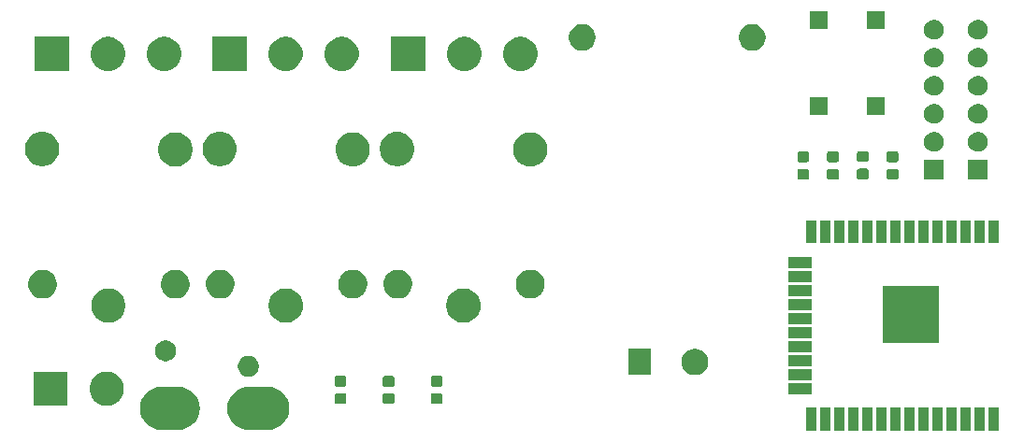
<source format=gbr>
G04 #@! TF.GenerationSoftware,KiCad,Pcbnew,(5.1.5)-3*
G04 #@! TF.CreationDate,2020-10-24T18:19:01+09:00*
G04 #@! TF.ProjectId,wallswitch_schematic_alpha,77616c6c-7377-4697-9463-685f73636865,rev?*
G04 #@! TF.SameCoordinates,Original*
G04 #@! TF.FileFunction,Soldermask,Top*
G04 #@! TF.FilePolarity,Negative*
%FSLAX46Y46*%
G04 Gerber Fmt 4.6, Leading zero omitted, Abs format (unit mm)*
G04 Created by KiCad (PCBNEW (5.1.5)-3) date 2020-10-24 18:19:01*
%MOMM*%
%LPD*%
G04 APERTURE LIST*
%ADD10C,0.100000*%
G04 APERTURE END LIST*
D10*
G36*
X226216000Y-118631000D02*
G01*
X225214000Y-118631000D01*
X225214000Y-116529000D01*
X226216000Y-116529000D01*
X226216000Y-118631000D01*
G37*
G36*
X224946000Y-118631000D02*
G01*
X223944000Y-118631000D01*
X223944000Y-116529000D01*
X224946000Y-116529000D01*
X224946000Y-118631000D01*
G37*
G36*
X223676000Y-118631000D02*
G01*
X222674000Y-118631000D01*
X222674000Y-116529000D01*
X223676000Y-116529000D01*
X223676000Y-118631000D01*
G37*
G36*
X222406000Y-118631000D02*
G01*
X221404000Y-118631000D01*
X221404000Y-116529000D01*
X222406000Y-116529000D01*
X222406000Y-118631000D01*
G37*
G36*
X221136000Y-118631000D02*
G01*
X220134000Y-118631000D01*
X220134000Y-116529000D01*
X221136000Y-116529000D01*
X221136000Y-118631000D01*
G37*
G36*
X219866000Y-118631000D02*
G01*
X218864000Y-118631000D01*
X218864000Y-116529000D01*
X219866000Y-116529000D01*
X219866000Y-118631000D01*
G37*
G36*
X218596000Y-118631000D02*
G01*
X217594000Y-118631000D01*
X217594000Y-116529000D01*
X218596000Y-116529000D01*
X218596000Y-118631000D01*
G37*
G36*
X217326000Y-118631000D02*
G01*
X216324000Y-118631000D01*
X216324000Y-116529000D01*
X217326000Y-116529000D01*
X217326000Y-118631000D01*
G37*
G36*
X214786000Y-118631000D02*
G01*
X213784000Y-118631000D01*
X213784000Y-116529000D01*
X214786000Y-116529000D01*
X214786000Y-118631000D01*
G37*
G36*
X213516000Y-118631000D02*
G01*
X212514000Y-118631000D01*
X212514000Y-116529000D01*
X213516000Y-116529000D01*
X213516000Y-118631000D01*
G37*
G36*
X212246000Y-118631000D02*
G01*
X211244000Y-118631000D01*
X211244000Y-116529000D01*
X212246000Y-116529000D01*
X212246000Y-118631000D01*
G37*
G36*
X210976000Y-118631000D02*
G01*
X209974000Y-118631000D01*
X209974000Y-116529000D01*
X210976000Y-116529000D01*
X210976000Y-118631000D01*
G37*
G36*
X209706000Y-118631000D02*
G01*
X208704000Y-118631000D01*
X208704000Y-116529000D01*
X209706000Y-116529000D01*
X209706000Y-118631000D01*
G37*
G36*
X216056000Y-118631000D02*
G01*
X215054000Y-118631000D01*
X215054000Y-116529000D01*
X216056000Y-116529000D01*
X216056000Y-118631000D01*
G37*
G36*
X152263463Y-114663229D02*
G01*
X152631228Y-114774790D01*
X152970162Y-114955954D01*
X153267240Y-115199760D01*
X153511046Y-115496838D01*
X153692210Y-115835772D01*
X153803771Y-116203537D01*
X153841440Y-116586000D01*
X153803771Y-116968463D01*
X153692210Y-117336228D01*
X153511046Y-117675162D01*
X153267240Y-117972240D01*
X152970162Y-118216046D01*
X152631228Y-118397210D01*
X152263463Y-118508771D01*
X151976847Y-118537000D01*
X150285153Y-118537000D01*
X149998537Y-118508771D01*
X149630772Y-118397210D01*
X149291838Y-118216046D01*
X148994760Y-117972240D01*
X148750954Y-117675162D01*
X148569790Y-117336228D01*
X148458229Y-116968463D01*
X148420560Y-116586000D01*
X148458229Y-116203537D01*
X148569790Y-115835772D01*
X148750954Y-115496838D01*
X148994760Y-115199760D01*
X149291838Y-114955954D01*
X149630772Y-114774790D01*
X149998537Y-114663229D01*
X150285153Y-114635000D01*
X151976847Y-114635000D01*
X152263463Y-114663229D01*
G37*
G36*
X160363463Y-114663229D02*
G01*
X160731228Y-114774790D01*
X161070162Y-114955954D01*
X161367240Y-115199760D01*
X161611046Y-115496838D01*
X161792210Y-115835772D01*
X161903771Y-116203537D01*
X161941440Y-116586000D01*
X161903771Y-116968463D01*
X161792210Y-117336228D01*
X161611046Y-117675162D01*
X161367240Y-117972240D01*
X161070162Y-118216046D01*
X160731228Y-118397210D01*
X160363463Y-118508771D01*
X160076847Y-118537000D01*
X158185153Y-118537000D01*
X157898537Y-118508771D01*
X157530772Y-118397210D01*
X157191838Y-118216046D01*
X156894760Y-117972240D01*
X156650954Y-117675162D01*
X156469790Y-117336228D01*
X156358229Y-116968463D01*
X156320560Y-116586000D01*
X156358229Y-116203537D01*
X156469790Y-115835772D01*
X156650954Y-115496838D01*
X156894760Y-115199760D01*
X157191838Y-114955954D01*
X157530772Y-114774790D01*
X157898537Y-114663229D01*
X158185153Y-114635000D01*
X160076847Y-114635000D01*
X160363463Y-114663229D01*
G37*
G36*
X145717585Y-113286802D02*
G01*
X145867410Y-113316604D01*
X146149674Y-113433521D01*
X146403705Y-113603259D01*
X146619741Y-113819295D01*
X146789479Y-114073326D01*
X146906396Y-114355590D01*
X146927282Y-114460591D01*
X146957958Y-114614807D01*
X146966000Y-114655240D01*
X146966000Y-114960760D01*
X146906396Y-115260410D01*
X146789479Y-115542674D01*
X146619741Y-115796705D01*
X146403705Y-116012741D01*
X146149674Y-116182479D01*
X145867410Y-116299396D01*
X145717585Y-116329198D01*
X145567761Y-116359000D01*
X145262239Y-116359000D01*
X145112415Y-116329198D01*
X144962590Y-116299396D01*
X144680326Y-116182479D01*
X144426295Y-116012741D01*
X144210259Y-115796705D01*
X144040521Y-115542674D01*
X143923604Y-115260410D01*
X143864000Y-114960760D01*
X143864000Y-114655240D01*
X143872043Y-114614807D01*
X143902718Y-114460591D01*
X143923604Y-114355590D01*
X144040521Y-114073326D01*
X144210259Y-113819295D01*
X144426295Y-113603259D01*
X144680326Y-113433521D01*
X144962590Y-113316604D01*
X145112415Y-113286802D01*
X145262239Y-113257000D01*
X145567761Y-113257000D01*
X145717585Y-113286802D01*
G37*
G36*
X141886000Y-116359000D02*
G01*
X138784000Y-116359000D01*
X138784000Y-113257000D01*
X141886000Y-113257000D01*
X141886000Y-116359000D01*
G37*
G36*
X171309091Y-115221585D02*
G01*
X171343069Y-115231893D01*
X171374390Y-115248634D01*
X171401839Y-115271161D01*
X171424366Y-115298610D01*
X171441107Y-115329931D01*
X171451415Y-115363909D01*
X171455500Y-115405390D01*
X171455500Y-116006610D01*
X171451415Y-116048091D01*
X171441107Y-116082069D01*
X171424366Y-116113390D01*
X171401839Y-116140839D01*
X171374390Y-116163366D01*
X171343069Y-116180107D01*
X171309091Y-116190415D01*
X171267610Y-116194500D01*
X170591390Y-116194500D01*
X170549909Y-116190415D01*
X170515931Y-116180107D01*
X170484610Y-116163366D01*
X170457161Y-116140839D01*
X170434634Y-116113390D01*
X170417893Y-116082069D01*
X170407585Y-116048091D01*
X170403500Y-116006610D01*
X170403500Y-115405390D01*
X170407585Y-115363909D01*
X170417893Y-115329931D01*
X170434634Y-115298610D01*
X170457161Y-115271161D01*
X170484610Y-115248634D01*
X170515931Y-115231893D01*
X170549909Y-115221585D01*
X170591390Y-115217500D01*
X171267610Y-115217500D01*
X171309091Y-115221585D01*
G37*
G36*
X166959091Y-115221585D02*
G01*
X166993069Y-115231893D01*
X167024390Y-115248634D01*
X167051839Y-115271161D01*
X167074366Y-115298610D01*
X167091107Y-115329931D01*
X167101415Y-115363909D01*
X167105500Y-115405390D01*
X167105500Y-116006610D01*
X167101415Y-116048091D01*
X167091107Y-116082069D01*
X167074366Y-116113390D01*
X167051839Y-116140839D01*
X167024390Y-116163366D01*
X166993069Y-116180107D01*
X166959091Y-116190415D01*
X166917610Y-116194500D01*
X166241390Y-116194500D01*
X166199909Y-116190415D01*
X166165931Y-116180107D01*
X166134610Y-116163366D01*
X166107161Y-116140839D01*
X166084634Y-116113390D01*
X166067893Y-116082069D01*
X166057585Y-116048091D01*
X166053500Y-116006610D01*
X166053500Y-115405390D01*
X166057585Y-115363909D01*
X166067893Y-115329931D01*
X166084634Y-115298610D01*
X166107161Y-115271161D01*
X166134610Y-115248634D01*
X166165931Y-115231893D01*
X166199909Y-115221585D01*
X166241390Y-115217500D01*
X166917610Y-115217500D01*
X166959091Y-115221585D01*
G37*
G36*
X175659091Y-115209085D02*
G01*
X175693069Y-115219393D01*
X175724390Y-115236134D01*
X175751839Y-115258661D01*
X175774366Y-115286110D01*
X175791107Y-115317431D01*
X175801415Y-115351409D01*
X175805500Y-115392890D01*
X175805500Y-115994110D01*
X175801415Y-116035591D01*
X175791107Y-116069569D01*
X175774366Y-116100890D01*
X175751839Y-116128339D01*
X175724390Y-116150866D01*
X175693069Y-116167607D01*
X175659091Y-116177915D01*
X175617610Y-116182000D01*
X174941390Y-116182000D01*
X174899909Y-116177915D01*
X174865931Y-116167607D01*
X174834610Y-116150866D01*
X174807161Y-116128339D01*
X174784634Y-116100890D01*
X174767893Y-116069569D01*
X174757585Y-116035591D01*
X174753500Y-115994110D01*
X174753500Y-115392890D01*
X174757585Y-115351409D01*
X174767893Y-115317431D01*
X174784634Y-115286110D01*
X174807161Y-115258661D01*
X174834610Y-115236134D01*
X174865931Y-115219393D01*
X174899909Y-115209085D01*
X174941390Y-115205000D01*
X175617610Y-115205000D01*
X175659091Y-115209085D01*
G37*
G36*
X209256000Y-115296000D02*
G01*
X207154000Y-115296000D01*
X207154000Y-114294000D01*
X209256000Y-114294000D01*
X209256000Y-115296000D01*
G37*
G36*
X166959091Y-113646585D02*
G01*
X166993069Y-113656893D01*
X167024390Y-113673634D01*
X167051839Y-113696161D01*
X167074366Y-113723610D01*
X167091107Y-113754931D01*
X167101415Y-113788909D01*
X167105500Y-113830390D01*
X167105500Y-114431610D01*
X167101415Y-114473091D01*
X167091107Y-114507069D01*
X167074366Y-114538390D01*
X167051839Y-114565839D01*
X167024390Y-114588366D01*
X166993069Y-114605107D01*
X166959091Y-114615415D01*
X166917610Y-114619500D01*
X166241390Y-114619500D01*
X166199909Y-114615415D01*
X166165931Y-114605107D01*
X166134610Y-114588366D01*
X166107161Y-114565839D01*
X166084634Y-114538390D01*
X166067893Y-114507069D01*
X166057585Y-114473091D01*
X166053500Y-114431610D01*
X166053500Y-113830390D01*
X166057585Y-113788909D01*
X166067893Y-113754931D01*
X166084634Y-113723610D01*
X166107161Y-113696161D01*
X166134610Y-113673634D01*
X166165931Y-113656893D01*
X166199909Y-113646585D01*
X166241390Y-113642500D01*
X166917610Y-113642500D01*
X166959091Y-113646585D01*
G37*
G36*
X171309091Y-113646585D02*
G01*
X171343069Y-113656893D01*
X171374390Y-113673634D01*
X171401839Y-113696161D01*
X171424366Y-113723610D01*
X171441107Y-113754931D01*
X171451415Y-113788909D01*
X171455500Y-113830390D01*
X171455500Y-114431610D01*
X171451415Y-114473091D01*
X171441107Y-114507069D01*
X171424366Y-114538390D01*
X171401839Y-114565839D01*
X171374390Y-114588366D01*
X171343069Y-114605107D01*
X171309091Y-114615415D01*
X171267610Y-114619500D01*
X170591390Y-114619500D01*
X170549909Y-114615415D01*
X170515931Y-114605107D01*
X170484610Y-114588366D01*
X170457161Y-114565839D01*
X170434634Y-114538390D01*
X170417893Y-114507069D01*
X170407585Y-114473091D01*
X170403500Y-114431610D01*
X170403500Y-113830390D01*
X170407585Y-113788909D01*
X170417893Y-113754931D01*
X170434634Y-113723610D01*
X170457161Y-113696161D01*
X170484610Y-113673634D01*
X170515931Y-113656893D01*
X170549909Y-113646585D01*
X170591390Y-113642500D01*
X171267610Y-113642500D01*
X171309091Y-113646585D01*
G37*
G36*
X175659091Y-113634085D02*
G01*
X175693069Y-113644393D01*
X175724390Y-113661134D01*
X175751839Y-113683661D01*
X175774366Y-113711110D01*
X175791107Y-113742431D01*
X175801415Y-113776409D01*
X175805500Y-113817890D01*
X175805500Y-114419110D01*
X175801415Y-114460591D01*
X175791107Y-114494569D01*
X175774366Y-114525890D01*
X175751839Y-114553339D01*
X175724390Y-114575866D01*
X175693069Y-114592607D01*
X175659091Y-114602915D01*
X175617610Y-114607000D01*
X174941390Y-114607000D01*
X174899909Y-114602915D01*
X174865931Y-114592607D01*
X174834610Y-114575866D01*
X174807161Y-114553339D01*
X174784634Y-114525890D01*
X174767893Y-114494569D01*
X174757585Y-114460591D01*
X174753500Y-114419110D01*
X174753500Y-113817890D01*
X174757585Y-113776409D01*
X174767893Y-113742431D01*
X174784634Y-113711110D01*
X174807161Y-113683661D01*
X174834610Y-113661134D01*
X174865931Y-113644393D01*
X174899909Y-113634085D01*
X174941390Y-113630000D01*
X175617610Y-113630000D01*
X175659091Y-113634085D01*
G37*
G36*
X209256000Y-114026000D02*
G01*
X207154000Y-114026000D01*
X207154000Y-113024000D01*
X209256000Y-113024000D01*
X209256000Y-114026000D01*
G37*
G36*
X158519395Y-111861546D02*
G01*
X158692466Y-111933234D01*
X158692467Y-111933235D01*
X158848227Y-112037310D01*
X158980690Y-112169773D01*
X158980691Y-112169775D01*
X159084766Y-112325534D01*
X159156454Y-112498605D01*
X159193000Y-112682333D01*
X159193000Y-112869667D01*
X159156454Y-113053395D01*
X159084766Y-113226466D01*
X159084765Y-113226467D01*
X158980690Y-113382227D01*
X158848227Y-113514690D01*
X158769818Y-113567081D01*
X158692466Y-113618766D01*
X158519395Y-113690454D01*
X158335667Y-113727000D01*
X158148333Y-113727000D01*
X157964605Y-113690454D01*
X157791534Y-113618766D01*
X157714182Y-113567081D01*
X157635773Y-113514690D01*
X157503310Y-113382227D01*
X157399235Y-113226467D01*
X157399234Y-113226466D01*
X157327546Y-113053395D01*
X157291000Y-112869667D01*
X157291000Y-112682333D01*
X157327546Y-112498605D01*
X157399234Y-112325534D01*
X157503309Y-112169775D01*
X157503310Y-112169773D01*
X157635773Y-112037310D01*
X157791533Y-111933235D01*
X157791534Y-111933234D01*
X157964605Y-111861546D01*
X158148333Y-111825000D01*
X158335667Y-111825000D01*
X158519395Y-111861546D01*
G37*
G36*
X194711000Y-113581000D02*
G01*
X192609000Y-113581000D01*
X192609000Y-111179000D01*
X194711000Y-111179000D01*
X194711000Y-113581000D01*
G37*
G36*
X199010318Y-111225153D02*
G01*
X199228885Y-111315687D01*
X199228887Y-111315688D01*
X199425593Y-111447122D01*
X199592878Y-111614407D01*
X199724312Y-111811113D01*
X199724313Y-111811115D01*
X199814847Y-112029682D01*
X199861000Y-112261710D01*
X199861000Y-112498290D01*
X199814847Y-112730318D01*
X199804209Y-112756000D01*
X199724312Y-112948887D01*
X199592878Y-113145593D01*
X199425593Y-113312878D01*
X199228887Y-113444312D01*
X199228886Y-113444313D01*
X199228885Y-113444313D01*
X199010318Y-113534847D01*
X198778290Y-113581000D01*
X198541710Y-113581000D01*
X198309682Y-113534847D01*
X198091115Y-113444313D01*
X198091114Y-113444313D01*
X198091113Y-113444312D01*
X197894407Y-113312878D01*
X197727122Y-113145593D01*
X197595688Y-112948887D01*
X197515791Y-112756000D01*
X197505153Y-112730318D01*
X197459000Y-112498290D01*
X197459000Y-112261710D01*
X197505153Y-112029682D01*
X197595687Y-111811115D01*
X197595688Y-111811113D01*
X197727122Y-111614407D01*
X197894407Y-111447122D01*
X198091113Y-111315688D01*
X198091115Y-111315687D01*
X198309682Y-111225153D01*
X198541710Y-111179000D01*
X198778290Y-111179000D01*
X199010318Y-111225153D01*
G37*
G36*
X209256000Y-112756000D02*
G01*
X207154000Y-112756000D01*
X207154000Y-111754000D01*
X209256000Y-111754000D01*
X209256000Y-112756000D01*
G37*
G36*
X151019395Y-110461546D02*
G01*
X151192466Y-110533234D01*
X151192467Y-110533235D01*
X151348227Y-110637310D01*
X151480690Y-110769773D01*
X151480691Y-110769775D01*
X151584766Y-110925534D01*
X151656454Y-111098605D01*
X151693000Y-111282333D01*
X151693000Y-111469667D01*
X151656454Y-111653395D01*
X151584766Y-111826466D01*
X151533081Y-111903818D01*
X151480690Y-111982227D01*
X151348227Y-112114690D01*
X151269818Y-112167081D01*
X151192466Y-112218766D01*
X151019395Y-112290454D01*
X150835667Y-112327000D01*
X150648333Y-112327000D01*
X150464605Y-112290454D01*
X150291534Y-112218766D01*
X150214182Y-112167081D01*
X150135773Y-112114690D01*
X150003310Y-111982227D01*
X149950919Y-111903818D01*
X149899234Y-111826466D01*
X149827546Y-111653395D01*
X149791000Y-111469667D01*
X149791000Y-111282333D01*
X149827546Y-111098605D01*
X149899234Y-110925534D01*
X150003309Y-110769775D01*
X150003310Y-110769773D01*
X150135773Y-110637310D01*
X150291533Y-110533235D01*
X150291534Y-110533234D01*
X150464605Y-110461546D01*
X150648333Y-110425000D01*
X150835667Y-110425000D01*
X151019395Y-110461546D01*
G37*
G36*
X209256000Y-111486000D02*
G01*
X207154000Y-111486000D01*
X207154000Y-110484000D01*
X209256000Y-110484000D01*
X209256000Y-111486000D01*
G37*
G36*
X220766000Y-110631000D02*
G01*
X215664000Y-110631000D01*
X215664000Y-105529000D01*
X220766000Y-105529000D01*
X220766000Y-110631000D01*
G37*
G36*
X209256000Y-110216000D02*
G01*
X207154000Y-110216000D01*
X207154000Y-109214000D01*
X209256000Y-109214000D01*
X209256000Y-110216000D01*
G37*
G36*
X209256000Y-108946000D02*
G01*
X207154000Y-108946000D01*
X207154000Y-107944000D01*
X209256000Y-107944000D01*
X209256000Y-108946000D01*
G37*
G36*
X145862585Y-105758802D02*
G01*
X146012410Y-105788604D01*
X146294674Y-105905521D01*
X146548705Y-106075259D01*
X146764741Y-106291295D01*
X146934479Y-106545326D01*
X147051396Y-106827590D01*
X147051396Y-106827591D01*
X147110006Y-107122240D01*
X147111000Y-107127240D01*
X147111000Y-107432760D01*
X147051396Y-107732410D01*
X146934479Y-108014674D01*
X146764741Y-108268705D01*
X146548705Y-108484741D01*
X146294674Y-108654479D01*
X146012410Y-108771396D01*
X145862585Y-108801198D01*
X145712761Y-108831000D01*
X145407239Y-108831000D01*
X145257415Y-108801198D01*
X145107590Y-108771396D01*
X144825326Y-108654479D01*
X144571295Y-108484741D01*
X144355259Y-108268705D01*
X144185521Y-108014674D01*
X144068604Y-107732410D01*
X144009000Y-107432760D01*
X144009000Y-107127240D01*
X144009995Y-107122240D01*
X144068604Y-106827591D01*
X144068604Y-106827590D01*
X144185521Y-106545326D01*
X144355259Y-106291295D01*
X144571295Y-106075259D01*
X144825326Y-105905521D01*
X145107590Y-105788604D01*
X145257415Y-105758802D01*
X145407239Y-105729000D01*
X145712761Y-105729000D01*
X145862585Y-105758802D01*
G37*
G36*
X178012585Y-105753803D02*
G01*
X178162410Y-105783605D01*
X178444674Y-105900522D01*
X178698705Y-106070260D01*
X178914741Y-106286296D01*
X179084479Y-106540327D01*
X179201396Y-106822591D01*
X179231198Y-106972416D01*
X179261000Y-107122240D01*
X179261000Y-107427762D01*
X179231198Y-107577586D01*
X179201396Y-107727411D01*
X179084479Y-108009675D01*
X178914741Y-108263706D01*
X178698705Y-108479742D01*
X178444674Y-108649480D01*
X178162410Y-108766397D01*
X178012585Y-108796199D01*
X177862761Y-108826001D01*
X177557239Y-108826001D01*
X177407415Y-108796199D01*
X177257590Y-108766397D01*
X176975326Y-108649480D01*
X176721295Y-108479742D01*
X176505259Y-108263706D01*
X176335521Y-108009675D01*
X176218604Y-107727411D01*
X176188802Y-107577586D01*
X176159000Y-107427762D01*
X176159000Y-107122240D01*
X176188802Y-106972416D01*
X176218604Y-106822591D01*
X176335521Y-106540327D01*
X176505259Y-106286296D01*
X176721295Y-106070260D01*
X176975326Y-105900522D01*
X177257590Y-105783605D01*
X177407415Y-105753803D01*
X177557239Y-105724001D01*
X177862761Y-105724001D01*
X178012585Y-105753803D01*
G37*
G36*
X161937584Y-105753803D02*
G01*
X162087409Y-105783605D01*
X162369673Y-105900522D01*
X162623704Y-106070260D01*
X162839740Y-106286296D01*
X163009478Y-106540327D01*
X163126395Y-106822591D01*
X163156197Y-106972416D01*
X163185999Y-107122240D01*
X163185999Y-107427762D01*
X163156197Y-107577586D01*
X163126395Y-107727411D01*
X163009478Y-108009675D01*
X162839740Y-108263706D01*
X162623704Y-108479742D01*
X162369673Y-108649480D01*
X162087409Y-108766397D01*
X161937584Y-108796199D01*
X161787760Y-108826001D01*
X161482238Y-108826001D01*
X161332414Y-108796199D01*
X161182589Y-108766397D01*
X160900325Y-108649480D01*
X160646294Y-108479742D01*
X160430258Y-108263706D01*
X160260520Y-108009675D01*
X160143603Y-107727411D01*
X160113801Y-107577586D01*
X160083999Y-107427762D01*
X160083999Y-107122240D01*
X160113801Y-106972416D01*
X160143603Y-106822591D01*
X160260520Y-106540327D01*
X160430258Y-106286296D01*
X160646294Y-106070260D01*
X160900325Y-105900522D01*
X161182589Y-105783605D01*
X161332414Y-105753803D01*
X161482238Y-105724001D01*
X161787760Y-105724001D01*
X161937584Y-105753803D01*
G37*
G36*
X209256000Y-107676000D02*
G01*
X207154000Y-107676000D01*
X207154000Y-106674000D01*
X209256000Y-106674000D01*
X209256000Y-107676000D01*
G37*
G36*
X151989487Y-104078996D02*
G01*
X152226253Y-104177068D01*
X152226255Y-104177069D01*
X152439339Y-104319447D01*
X152620553Y-104500661D01*
X152759591Y-104708746D01*
X152762932Y-104713747D01*
X152861004Y-104950513D01*
X152911000Y-105201861D01*
X152911000Y-105458139D01*
X152861004Y-105709487D01*
X152765002Y-105941256D01*
X152762931Y-105946255D01*
X152620553Y-106159339D01*
X152439339Y-106340553D01*
X152226255Y-106482931D01*
X152226254Y-106482932D01*
X152226253Y-106482932D01*
X151989487Y-106581004D01*
X151738139Y-106631000D01*
X151481861Y-106631000D01*
X151230513Y-106581004D01*
X150993747Y-106482932D01*
X150993746Y-106482932D01*
X150993745Y-106482931D01*
X150780661Y-106340553D01*
X150599447Y-106159339D01*
X150457069Y-105946255D01*
X150454998Y-105941256D01*
X150358996Y-105709487D01*
X150309000Y-105458139D01*
X150309000Y-105201861D01*
X150358996Y-104950513D01*
X150457068Y-104713747D01*
X150460410Y-104708746D01*
X150599447Y-104500661D01*
X150780661Y-104319447D01*
X150993745Y-104177069D01*
X150993747Y-104177068D01*
X151230513Y-104078996D01*
X151481861Y-104029000D01*
X151738139Y-104029000D01*
X151989487Y-104078996D01*
G37*
G36*
X139989487Y-104078996D02*
G01*
X140226253Y-104177068D01*
X140226255Y-104177069D01*
X140439339Y-104319447D01*
X140620553Y-104500661D01*
X140759591Y-104708746D01*
X140762932Y-104713747D01*
X140861004Y-104950513D01*
X140911000Y-105201861D01*
X140911000Y-105458139D01*
X140861004Y-105709487D01*
X140765002Y-105941256D01*
X140762931Y-105946255D01*
X140620553Y-106159339D01*
X140439339Y-106340553D01*
X140226255Y-106482931D01*
X140226254Y-106482932D01*
X140226253Y-106482932D01*
X139989487Y-106581004D01*
X139738139Y-106631000D01*
X139481861Y-106631000D01*
X139230513Y-106581004D01*
X138993747Y-106482932D01*
X138993746Y-106482932D01*
X138993745Y-106482931D01*
X138780661Y-106340553D01*
X138599447Y-106159339D01*
X138457069Y-105946255D01*
X138454998Y-105941256D01*
X138358996Y-105709487D01*
X138309000Y-105458139D01*
X138309000Y-105201861D01*
X138358996Y-104950513D01*
X138457068Y-104713747D01*
X138460410Y-104708746D01*
X138599447Y-104500661D01*
X138780661Y-104319447D01*
X138993745Y-104177069D01*
X138993747Y-104177068D01*
X139230513Y-104078996D01*
X139481861Y-104029000D01*
X139738139Y-104029000D01*
X139989487Y-104078996D01*
G37*
G36*
X156064486Y-104073997D02*
G01*
X156301252Y-104172069D01*
X156301254Y-104172070D01*
X156514338Y-104314448D01*
X156695552Y-104495662D01*
X156837931Y-104708748D01*
X156936003Y-104945514D01*
X156985999Y-105196862D01*
X156985999Y-105453140D01*
X156936003Y-105704488D01*
X156854803Y-105900522D01*
X156837930Y-105941256D01*
X156695552Y-106154340D01*
X156514338Y-106335554D01*
X156301254Y-106477932D01*
X156301253Y-106477933D01*
X156301252Y-106477933D01*
X156064486Y-106576005D01*
X155813138Y-106626001D01*
X155556860Y-106626001D01*
X155305512Y-106576005D01*
X155068746Y-106477933D01*
X155068745Y-106477933D01*
X155068744Y-106477932D01*
X154855660Y-106335554D01*
X154674446Y-106154340D01*
X154532068Y-105941256D01*
X154515195Y-105900522D01*
X154433995Y-105704488D01*
X154383999Y-105453140D01*
X154383999Y-105196862D01*
X154433995Y-104945514D01*
X154532067Y-104708748D01*
X154674446Y-104495662D01*
X154855660Y-104314448D01*
X155068744Y-104172070D01*
X155068746Y-104172069D01*
X155305512Y-104073997D01*
X155556860Y-104024001D01*
X155813138Y-104024001D01*
X156064486Y-104073997D01*
G37*
G36*
X184139487Y-104073997D02*
G01*
X184376253Y-104172069D01*
X184376255Y-104172070D01*
X184589339Y-104314448D01*
X184770553Y-104495662D01*
X184912932Y-104708748D01*
X185011004Y-104945514D01*
X185061000Y-105196862D01*
X185061000Y-105453140D01*
X185011004Y-105704488D01*
X184929804Y-105900522D01*
X184912931Y-105941256D01*
X184770553Y-106154340D01*
X184589339Y-106335554D01*
X184376255Y-106477932D01*
X184376254Y-106477933D01*
X184376253Y-106477933D01*
X184139487Y-106576005D01*
X183888139Y-106626001D01*
X183631861Y-106626001D01*
X183380513Y-106576005D01*
X183143747Y-106477933D01*
X183143746Y-106477933D01*
X183143745Y-106477932D01*
X182930661Y-106335554D01*
X182749447Y-106154340D01*
X182607069Y-105941256D01*
X182590196Y-105900522D01*
X182508996Y-105704488D01*
X182459000Y-105453140D01*
X182459000Y-105196862D01*
X182508996Y-104945514D01*
X182607068Y-104708748D01*
X182749447Y-104495662D01*
X182930661Y-104314448D01*
X183143745Y-104172070D01*
X183143747Y-104172069D01*
X183380513Y-104073997D01*
X183631861Y-104024001D01*
X183888139Y-104024001D01*
X184139487Y-104073997D01*
G37*
G36*
X168064486Y-104073997D02*
G01*
X168301252Y-104172069D01*
X168301254Y-104172070D01*
X168514338Y-104314448D01*
X168695552Y-104495662D01*
X168837931Y-104708748D01*
X168936003Y-104945514D01*
X168985999Y-105196862D01*
X168985999Y-105453140D01*
X168936003Y-105704488D01*
X168854803Y-105900522D01*
X168837930Y-105941256D01*
X168695552Y-106154340D01*
X168514338Y-106335554D01*
X168301254Y-106477932D01*
X168301253Y-106477933D01*
X168301252Y-106477933D01*
X168064486Y-106576005D01*
X167813138Y-106626001D01*
X167556860Y-106626001D01*
X167305512Y-106576005D01*
X167068746Y-106477933D01*
X167068745Y-106477933D01*
X167068744Y-106477932D01*
X166855660Y-106335554D01*
X166674446Y-106154340D01*
X166532068Y-105941256D01*
X166515195Y-105900522D01*
X166433995Y-105704488D01*
X166383999Y-105453140D01*
X166383999Y-105196862D01*
X166433995Y-104945514D01*
X166532067Y-104708748D01*
X166674446Y-104495662D01*
X166855660Y-104314448D01*
X167068744Y-104172070D01*
X167068746Y-104172069D01*
X167305512Y-104073997D01*
X167556860Y-104024001D01*
X167813138Y-104024001D01*
X168064486Y-104073997D01*
G37*
G36*
X172139487Y-104073997D02*
G01*
X172376253Y-104172069D01*
X172376255Y-104172070D01*
X172589339Y-104314448D01*
X172770553Y-104495662D01*
X172912932Y-104708748D01*
X173011004Y-104945514D01*
X173061000Y-105196862D01*
X173061000Y-105453140D01*
X173011004Y-105704488D01*
X172929804Y-105900522D01*
X172912931Y-105941256D01*
X172770553Y-106154340D01*
X172589339Y-106335554D01*
X172376255Y-106477932D01*
X172376254Y-106477933D01*
X172376253Y-106477933D01*
X172139487Y-106576005D01*
X171888139Y-106626001D01*
X171631861Y-106626001D01*
X171380513Y-106576005D01*
X171143747Y-106477933D01*
X171143746Y-106477933D01*
X171143745Y-106477932D01*
X170930661Y-106335554D01*
X170749447Y-106154340D01*
X170607069Y-105941256D01*
X170590196Y-105900522D01*
X170508996Y-105704488D01*
X170459000Y-105453140D01*
X170459000Y-105196862D01*
X170508996Y-104945514D01*
X170607068Y-104708748D01*
X170749447Y-104495662D01*
X170930661Y-104314448D01*
X171143745Y-104172070D01*
X171143747Y-104172069D01*
X171380513Y-104073997D01*
X171631861Y-104024001D01*
X171888139Y-104024001D01*
X172139487Y-104073997D01*
G37*
G36*
X209256000Y-106406000D02*
G01*
X207154000Y-106406000D01*
X207154000Y-105404000D01*
X209256000Y-105404000D01*
X209256000Y-106406000D01*
G37*
G36*
X209256000Y-105136000D02*
G01*
X207154000Y-105136000D01*
X207154000Y-104134000D01*
X209256000Y-104134000D01*
X209256000Y-105136000D01*
G37*
G36*
X209256000Y-103866000D02*
G01*
X207154000Y-103866000D01*
X207154000Y-102864000D01*
X209256000Y-102864000D01*
X209256000Y-103866000D01*
G37*
G36*
X219866000Y-101631000D02*
G01*
X218864000Y-101631000D01*
X218864000Y-99529000D01*
X219866000Y-99529000D01*
X219866000Y-101631000D01*
G37*
G36*
X218596000Y-101631000D02*
G01*
X217594000Y-101631000D01*
X217594000Y-99529000D01*
X218596000Y-99529000D01*
X218596000Y-101631000D01*
G37*
G36*
X217326000Y-101631000D02*
G01*
X216324000Y-101631000D01*
X216324000Y-99529000D01*
X217326000Y-99529000D01*
X217326000Y-101631000D01*
G37*
G36*
X210976000Y-101631000D02*
G01*
X209974000Y-101631000D01*
X209974000Y-99529000D01*
X210976000Y-99529000D01*
X210976000Y-101631000D01*
G37*
G36*
X216056000Y-101631000D02*
G01*
X215054000Y-101631000D01*
X215054000Y-99529000D01*
X216056000Y-99529000D01*
X216056000Y-101631000D01*
G37*
G36*
X214786000Y-101631000D02*
G01*
X213784000Y-101631000D01*
X213784000Y-99529000D01*
X214786000Y-99529000D01*
X214786000Y-101631000D01*
G37*
G36*
X222406000Y-101631000D02*
G01*
X221404000Y-101631000D01*
X221404000Y-99529000D01*
X222406000Y-99529000D01*
X222406000Y-101631000D01*
G37*
G36*
X226216000Y-101631000D02*
G01*
X225214000Y-101631000D01*
X225214000Y-99529000D01*
X226216000Y-99529000D01*
X226216000Y-101631000D01*
G37*
G36*
X224946000Y-101631000D02*
G01*
X223944000Y-101631000D01*
X223944000Y-99529000D01*
X224946000Y-99529000D01*
X224946000Y-101631000D01*
G37*
G36*
X223676000Y-101631000D02*
G01*
X222674000Y-101631000D01*
X222674000Y-99529000D01*
X223676000Y-99529000D01*
X223676000Y-101631000D01*
G37*
G36*
X213516000Y-101631000D02*
G01*
X212514000Y-101631000D01*
X212514000Y-99529000D01*
X213516000Y-99529000D01*
X213516000Y-101631000D01*
G37*
G36*
X209706000Y-101631000D02*
G01*
X208704000Y-101631000D01*
X208704000Y-99529000D01*
X209706000Y-99529000D01*
X209706000Y-101631000D01*
G37*
G36*
X221136000Y-101631000D02*
G01*
X220134000Y-101631000D01*
X220134000Y-99529000D01*
X221136000Y-99529000D01*
X221136000Y-101631000D01*
G37*
G36*
X212246000Y-101631000D02*
G01*
X211244000Y-101631000D01*
X211244000Y-99529000D01*
X212246000Y-99529000D01*
X212246000Y-101631000D01*
G37*
G36*
X221207000Y-95881000D02*
G01*
X219405000Y-95881000D01*
X219405000Y-94079000D01*
X221207000Y-94079000D01*
X221207000Y-95881000D01*
G37*
G36*
X225183000Y-95881000D02*
G01*
X223381000Y-95881000D01*
X223381000Y-94079000D01*
X225183000Y-94079000D01*
X225183000Y-95881000D01*
G37*
G36*
X208839591Y-94883085D02*
G01*
X208873569Y-94893393D01*
X208904890Y-94910134D01*
X208932339Y-94932661D01*
X208954866Y-94960110D01*
X208971607Y-94991431D01*
X208981915Y-95025409D01*
X208986000Y-95066890D01*
X208986000Y-95668110D01*
X208981915Y-95709591D01*
X208971607Y-95743569D01*
X208954866Y-95774890D01*
X208932339Y-95802339D01*
X208904890Y-95824866D01*
X208873569Y-95841607D01*
X208839591Y-95851915D01*
X208798110Y-95856000D01*
X208121890Y-95856000D01*
X208080409Y-95851915D01*
X208046431Y-95841607D01*
X208015110Y-95824866D01*
X207987661Y-95802339D01*
X207965134Y-95774890D01*
X207948393Y-95743569D01*
X207938085Y-95709591D01*
X207934000Y-95668110D01*
X207934000Y-95066890D01*
X207938085Y-95025409D01*
X207948393Y-94991431D01*
X207965134Y-94960110D01*
X207987661Y-94932661D01*
X208015110Y-94910134D01*
X208046431Y-94893393D01*
X208080409Y-94883085D01*
X208121890Y-94879000D01*
X208798110Y-94879000D01*
X208839591Y-94883085D01*
G37*
G36*
X216939591Y-94883085D02*
G01*
X216973569Y-94893393D01*
X217004890Y-94910134D01*
X217032339Y-94932661D01*
X217054866Y-94960110D01*
X217071607Y-94991431D01*
X217081915Y-95025409D01*
X217086000Y-95066890D01*
X217086000Y-95668110D01*
X217081915Y-95709591D01*
X217071607Y-95743569D01*
X217054866Y-95774890D01*
X217032339Y-95802339D01*
X217004890Y-95824866D01*
X216973569Y-95841607D01*
X216939591Y-95851915D01*
X216898110Y-95856000D01*
X216221890Y-95856000D01*
X216180409Y-95851915D01*
X216146431Y-95841607D01*
X216115110Y-95824866D01*
X216087661Y-95802339D01*
X216065134Y-95774890D01*
X216048393Y-95743569D01*
X216038085Y-95709591D01*
X216034000Y-95668110D01*
X216034000Y-95066890D01*
X216038085Y-95025409D01*
X216048393Y-94991431D01*
X216065134Y-94960110D01*
X216087661Y-94932661D01*
X216115110Y-94910134D01*
X216146431Y-94893393D01*
X216180409Y-94883085D01*
X216221890Y-94879000D01*
X216898110Y-94879000D01*
X216939591Y-94883085D01*
G37*
G36*
X211539591Y-94883085D02*
G01*
X211573569Y-94893393D01*
X211604890Y-94910134D01*
X211632339Y-94932661D01*
X211654866Y-94960110D01*
X211671607Y-94991431D01*
X211681915Y-95025409D01*
X211686000Y-95066890D01*
X211686000Y-95668110D01*
X211681915Y-95709591D01*
X211671607Y-95743569D01*
X211654866Y-95774890D01*
X211632339Y-95802339D01*
X211604890Y-95824866D01*
X211573569Y-95841607D01*
X211539591Y-95851915D01*
X211498110Y-95856000D01*
X210821890Y-95856000D01*
X210780409Y-95851915D01*
X210746431Y-95841607D01*
X210715110Y-95824866D01*
X210687661Y-95802339D01*
X210665134Y-95774890D01*
X210648393Y-95743569D01*
X210638085Y-95709591D01*
X210634000Y-95668110D01*
X210634000Y-95066890D01*
X210638085Y-95025409D01*
X210648393Y-94991431D01*
X210665134Y-94960110D01*
X210687661Y-94932661D01*
X210715110Y-94910134D01*
X210746431Y-94893393D01*
X210780409Y-94883085D01*
X210821890Y-94879000D01*
X211498110Y-94879000D01*
X211539591Y-94883085D01*
G37*
G36*
X214239591Y-94870585D02*
G01*
X214273569Y-94880893D01*
X214304890Y-94897634D01*
X214332339Y-94920161D01*
X214354866Y-94947610D01*
X214371607Y-94978931D01*
X214381915Y-95012909D01*
X214386000Y-95054390D01*
X214386000Y-95655610D01*
X214381915Y-95697091D01*
X214371607Y-95731069D01*
X214354866Y-95762390D01*
X214332339Y-95789839D01*
X214304890Y-95812366D01*
X214273569Y-95829107D01*
X214239591Y-95839415D01*
X214198110Y-95843500D01*
X213521890Y-95843500D01*
X213480409Y-95839415D01*
X213446431Y-95829107D01*
X213415110Y-95812366D01*
X213387661Y-95789839D01*
X213365134Y-95762390D01*
X213348393Y-95731069D01*
X213338085Y-95697091D01*
X213334000Y-95655610D01*
X213334000Y-95054390D01*
X213338085Y-95012909D01*
X213348393Y-94978931D01*
X213365134Y-94947610D01*
X213387661Y-94920161D01*
X213415110Y-94897634D01*
X213446431Y-94880893D01*
X213480409Y-94870585D01*
X213521890Y-94866500D01*
X214198110Y-94866500D01*
X214239591Y-94870585D01*
G37*
G36*
X151811043Y-91588604D02*
G01*
X152062410Y-91638604D01*
X152344674Y-91755521D01*
X152598705Y-91925259D01*
X152814741Y-92141295D01*
X152984479Y-92395326D01*
X153101396Y-92677590D01*
X153101396Y-92677591D01*
X153161000Y-92977239D01*
X153161000Y-93282761D01*
X153150582Y-93335134D01*
X153101396Y-93582410D01*
X152984479Y-93864674D01*
X152814741Y-94118705D01*
X152598705Y-94334741D01*
X152344674Y-94504479D01*
X152062410Y-94621396D01*
X152014127Y-94631000D01*
X151762761Y-94681000D01*
X151457239Y-94681000D01*
X151205873Y-94631000D01*
X151157590Y-94621396D01*
X150875326Y-94504479D01*
X150621295Y-94334741D01*
X150405259Y-94118705D01*
X150235521Y-93864674D01*
X150118604Y-93582410D01*
X150069418Y-93335134D01*
X150059000Y-93282761D01*
X150059000Y-92977239D01*
X150118604Y-92677591D01*
X150118604Y-92677590D01*
X150235521Y-92395326D01*
X150405259Y-92141295D01*
X150621295Y-91925259D01*
X150875326Y-91755521D01*
X151157590Y-91638604D01*
X151408957Y-91588604D01*
X151457239Y-91579000D01*
X151762761Y-91579000D01*
X151811043Y-91588604D01*
G37*
G36*
X184062585Y-91603803D02*
G01*
X184212410Y-91633605D01*
X184494674Y-91750522D01*
X184748705Y-91920260D01*
X184964741Y-92136296D01*
X185134479Y-92390327D01*
X185251396Y-92672591D01*
X185257407Y-92702811D01*
X185311000Y-92972240D01*
X185311000Y-93277762D01*
X185308267Y-93291500D01*
X185251396Y-93577411D01*
X185134479Y-93859675D01*
X184964741Y-94113706D01*
X184748705Y-94329742D01*
X184494674Y-94499480D01*
X184212410Y-94616397D01*
X184062585Y-94646199D01*
X183912761Y-94676001D01*
X183607239Y-94676001D01*
X183457415Y-94646199D01*
X183307590Y-94616397D01*
X183025326Y-94499480D01*
X182771295Y-94329742D01*
X182555259Y-94113706D01*
X182385521Y-93859675D01*
X182268604Y-93577411D01*
X182211733Y-93291500D01*
X182209000Y-93277762D01*
X182209000Y-92972240D01*
X182262593Y-92702811D01*
X182268604Y-92672591D01*
X182385521Y-92390327D01*
X182555259Y-92136296D01*
X182771295Y-91920260D01*
X183025326Y-91750522D01*
X183307590Y-91633605D01*
X183457415Y-91603803D01*
X183607239Y-91574001D01*
X183912761Y-91574001D01*
X184062585Y-91603803D01*
G37*
G36*
X167987584Y-91603803D02*
G01*
X168137409Y-91633605D01*
X168419673Y-91750522D01*
X168673704Y-91920260D01*
X168889740Y-92136296D01*
X169059478Y-92390327D01*
X169176395Y-92672591D01*
X169182406Y-92702811D01*
X169235999Y-92972240D01*
X169235999Y-93277762D01*
X169233266Y-93291500D01*
X169176395Y-93577411D01*
X169059478Y-93859675D01*
X168889740Y-94113706D01*
X168673704Y-94329742D01*
X168419673Y-94499480D01*
X168137409Y-94616397D01*
X167987584Y-94646199D01*
X167837760Y-94676001D01*
X167532238Y-94676001D01*
X167382414Y-94646199D01*
X167232589Y-94616397D01*
X166950325Y-94499480D01*
X166696294Y-94329742D01*
X166480258Y-94113706D01*
X166310520Y-93859675D01*
X166193603Y-93577411D01*
X166136732Y-93291500D01*
X166133999Y-93277762D01*
X166133999Y-92972240D01*
X166187592Y-92702811D01*
X166193603Y-92672591D01*
X166310520Y-92390327D01*
X166480258Y-92136296D01*
X166696294Y-91920260D01*
X166950325Y-91750522D01*
X167232589Y-91633605D01*
X167382414Y-91603803D01*
X167532238Y-91574001D01*
X167837760Y-91574001D01*
X167987584Y-91603803D01*
G37*
G36*
X139862585Y-91558802D02*
G01*
X140012410Y-91588604D01*
X140294674Y-91705521D01*
X140548705Y-91875259D01*
X140764741Y-92091295D01*
X140934479Y-92345326D01*
X141051396Y-92627590D01*
X141081198Y-92777415D01*
X141111000Y-92927239D01*
X141111000Y-93232761D01*
X141086156Y-93357661D01*
X141051396Y-93532410D01*
X140934479Y-93814674D01*
X140764741Y-94068705D01*
X140548705Y-94284741D01*
X140294674Y-94454479D01*
X140012410Y-94571396D01*
X139862585Y-94601198D01*
X139712761Y-94631000D01*
X139407239Y-94631000D01*
X139257415Y-94601198D01*
X139107590Y-94571396D01*
X138825326Y-94454479D01*
X138571295Y-94284741D01*
X138355259Y-94068705D01*
X138185521Y-93814674D01*
X138068604Y-93532410D01*
X138033844Y-93357661D01*
X138009000Y-93232761D01*
X138009000Y-92927239D01*
X138038802Y-92777415D01*
X138068604Y-92627590D01*
X138185521Y-92345326D01*
X138355259Y-92091295D01*
X138571295Y-91875259D01*
X138825326Y-91705521D01*
X139107590Y-91588604D01*
X139257415Y-91558802D01*
X139407239Y-91529000D01*
X139712761Y-91529000D01*
X139862585Y-91558802D01*
G37*
G36*
X155937584Y-91553803D02*
G01*
X156087409Y-91583605D01*
X156369673Y-91700522D01*
X156623704Y-91870260D01*
X156839740Y-92086296D01*
X157009478Y-92340327D01*
X157126395Y-92622591D01*
X157136341Y-92672592D01*
X157185999Y-92922240D01*
X157185999Y-93227762D01*
X157176053Y-93277762D01*
X157126395Y-93527411D01*
X157009478Y-93809675D01*
X156839740Y-94063706D01*
X156623704Y-94279742D01*
X156369673Y-94449480D01*
X156087409Y-94566397D01*
X155937584Y-94596199D01*
X155787760Y-94626001D01*
X155482238Y-94626001D01*
X155332414Y-94596199D01*
X155182589Y-94566397D01*
X154900325Y-94449480D01*
X154646294Y-94279742D01*
X154430258Y-94063706D01*
X154260520Y-93809675D01*
X154143603Y-93527411D01*
X154093945Y-93277762D01*
X154083999Y-93227762D01*
X154083999Y-92922240D01*
X154133657Y-92672592D01*
X154143603Y-92622591D01*
X154260520Y-92340327D01*
X154430258Y-92086296D01*
X154646294Y-91870260D01*
X154900325Y-91700522D01*
X155182589Y-91583605D01*
X155332414Y-91553803D01*
X155482238Y-91524001D01*
X155787760Y-91524001D01*
X155937584Y-91553803D01*
G37*
G36*
X172012585Y-91553803D02*
G01*
X172162410Y-91583605D01*
X172444674Y-91700522D01*
X172698705Y-91870260D01*
X172914741Y-92086296D01*
X173084479Y-92340327D01*
X173201396Y-92622591D01*
X173211342Y-92672592D01*
X173261000Y-92922240D01*
X173261000Y-93227762D01*
X173251054Y-93277762D01*
X173201396Y-93527411D01*
X173084479Y-93809675D01*
X172914741Y-94063706D01*
X172698705Y-94279742D01*
X172444674Y-94449480D01*
X172162410Y-94566397D01*
X172012585Y-94596199D01*
X171862761Y-94626001D01*
X171557239Y-94626001D01*
X171407415Y-94596199D01*
X171257590Y-94566397D01*
X170975326Y-94449480D01*
X170721295Y-94279742D01*
X170505259Y-94063706D01*
X170335521Y-93809675D01*
X170218604Y-93527411D01*
X170168946Y-93277762D01*
X170159000Y-93227762D01*
X170159000Y-92922240D01*
X170208658Y-92672592D01*
X170218604Y-92622591D01*
X170335521Y-92340327D01*
X170505259Y-92086296D01*
X170721295Y-91870260D01*
X170975326Y-91700522D01*
X171257590Y-91583605D01*
X171407415Y-91553803D01*
X171557239Y-91524001D01*
X171862761Y-91524001D01*
X172012585Y-91553803D01*
G37*
G36*
X211539591Y-93308085D02*
G01*
X211573569Y-93318393D01*
X211604890Y-93335134D01*
X211632339Y-93357661D01*
X211654866Y-93385110D01*
X211671607Y-93416431D01*
X211681915Y-93450409D01*
X211686000Y-93491890D01*
X211686000Y-94093110D01*
X211681915Y-94134591D01*
X211671607Y-94168569D01*
X211654866Y-94199890D01*
X211632339Y-94227339D01*
X211604890Y-94249866D01*
X211573569Y-94266607D01*
X211539591Y-94276915D01*
X211498110Y-94281000D01*
X210821890Y-94281000D01*
X210780409Y-94276915D01*
X210746431Y-94266607D01*
X210715110Y-94249866D01*
X210687661Y-94227339D01*
X210665134Y-94199890D01*
X210648393Y-94168569D01*
X210638085Y-94134591D01*
X210634000Y-94093110D01*
X210634000Y-93491890D01*
X210638085Y-93450409D01*
X210648393Y-93416431D01*
X210665134Y-93385110D01*
X210687661Y-93357661D01*
X210715110Y-93335134D01*
X210746431Y-93318393D01*
X210780409Y-93308085D01*
X210821890Y-93304000D01*
X211498110Y-93304000D01*
X211539591Y-93308085D01*
G37*
G36*
X208839591Y-93308085D02*
G01*
X208873569Y-93318393D01*
X208904890Y-93335134D01*
X208932339Y-93357661D01*
X208954866Y-93385110D01*
X208971607Y-93416431D01*
X208981915Y-93450409D01*
X208986000Y-93491890D01*
X208986000Y-94093110D01*
X208981915Y-94134591D01*
X208971607Y-94168569D01*
X208954866Y-94199890D01*
X208932339Y-94227339D01*
X208904890Y-94249866D01*
X208873569Y-94266607D01*
X208839591Y-94276915D01*
X208798110Y-94281000D01*
X208121890Y-94281000D01*
X208080409Y-94276915D01*
X208046431Y-94266607D01*
X208015110Y-94249866D01*
X207987661Y-94227339D01*
X207965134Y-94199890D01*
X207948393Y-94168569D01*
X207938085Y-94134591D01*
X207934000Y-94093110D01*
X207934000Y-93491890D01*
X207938085Y-93450409D01*
X207948393Y-93416431D01*
X207965134Y-93385110D01*
X207987661Y-93357661D01*
X208015110Y-93335134D01*
X208046431Y-93318393D01*
X208080409Y-93308085D01*
X208121890Y-93304000D01*
X208798110Y-93304000D01*
X208839591Y-93308085D01*
G37*
G36*
X216939591Y-93308085D02*
G01*
X216973569Y-93318393D01*
X217004890Y-93335134D01*
X217032339Y-93357661D01*
X217054866Y-93385110D01*
X217071607Y-93416431D01*
X217081915Y-93450409D01*
X217086000Y-93491890D01*
X217086000Y-94093110D01*
X217081915Y-94134591D01*
X217071607Y-94168569D01*
X217054866Y-94199890D01*
X217032339Y-94227339D01*
X217004890Y-94249866D01*
X216973569Y-94266607D01*
X216939591Y-94276915D01*
X216898110Y-94281000D01*
X216221890Y-94281000D01*
X216180409Y-94276915D01*
X216146431Y-94266607D01*
X216115110Y-94249866D01*
X216087661Y-94227339D01*
X216065134Y-94199890D01*
X216048393Y-94168569D01*
X216038085Y-94134591D01*
X216034000Y-94093110D01*
X216034000Y-93491890D01*
X216038085Y-93450409D01*
X216048393Y-93416431D01*
X216065134Y-93385110D01*
X216087661Y-93357661D01*
X216115110Y-93335134D01*
X216146431Y-93318393D01*
X216180409Y-93308085D01*
X216221890Y-93304000D01*
X216898110Y-93304000D01*
X216939591Y-93308085D01*
G37*
G36*
X214239591Y-93295585D02*
G01*
X214273569Y-93305893D01*
X214304890Y-93322634D01*
X214332339Y-93345161D01*
X214354866Y-93372610D01*
X214371607Y-93403931D01*
X214381915Y-93437909D01*
X214386000Y-93479390D01*
X214386000Y-94080610D01*
X214381915Y-94122091D01*
X214371607Y-94156069D01*
X214354866Y-94187390D01*
X214332339Y-94214839D01*
X214304890Y-94237366D01*
X214273569Y-94254107D01*
X214239591Y-94264415D01*
X214198110Y-94268500D01*
X213521890Y-94268500D01*
X213480409Y-94264415D01*
X213446431Y-94254107D01*
X213415110Y-94237366D01*
X213387661Y-94214839D01*
X213365134Y-94187390D01*
X213348393Y-94156069D01*
X213338085Y-94122091D01*
X213334000Y-94080610D01*
X213334000Y-93479390D01*
X213338085Y-93437909D01*
X213348393Y-93403931D01*
X213365134Y-93372610D01*
X213387661Y-93345161D01*
X213415110Y-93322634D01*
X213446431Y-93305893D01*
X213480409Y-93295585D01*
X213521890Y-93291500D01*
X214198110Y-93291500D01*
X214239591Y-93295585D01*
G37*
G36*
X220419512Y-91543927D02*
G01*
X220568812Y-91573624D01*
X220732784Y-91641544D01*
X220880354Y-91740147D01*
X221005853Y-91865646D01*
X221104456Y-92013216D01*
X221172376Y-92177188D01*
X221207000Y-92351259D01*
X221207000Y-92528741D01*
X221172376Y-92702812D01*
X221104456Y-92866784D01*
X221005853Y-93014354D01*
X220880354Y-93139853D01*
X220732784Y-93238456D01*
X220568812Y-93306376D01*
X220424232Y-93335134D01*
X220394742Y-93341000D01*
X220217258Y-93341000D01*
X220187768Y-93335134D01*
X220043188Y-93306376D01*
X219879216Y-93238456D01*
X219731646Y-93139853D01*
X219606147Y-93014354D01*
X219507544Y-92866784D01*
X219439624Y-92702812D01*
X219405000Y-92528741D01*
X219405000Y-92351259D01*
X219439624Y-92177188D01*
X219507544Y-92013216D01*
X219606147Y-91865646D01*
X219731646Y-91740147D01*
X219879216Y-91641544D01*
X220043188Y-91573624D01*
X220192488Y-91543927D01*
X220217258Y-91539000D01*
X220394742Y-91539000D01*
X220419512Y-91543927D01*
G37*
G36*
X224395512Y-91543927D02*
G01*
X224544812Y-91573624D01*
X224708784Y-91641544D01*
X224856354Y-91740147D01*
X224981853Y-91865646D01*
X225080456Y-92013216D01*
X225148376Y-92177188D01*
X225183000Y-92351259D01*
X225183000Y-92528741D01*
X225148376Y-92702812D01*
X225080456Y-92866784D01*
X224981853Y-93014354D01*
X224856354Y-93139853D01*
X224708784Y-93238456D01*
X224544812Y-93306376D01*
X224400232Y-93335134D01*
X224370742Y-93341000D01*
X224193258Y-93341000D01*
X224163768Y-93335134D01*
X224019188Y-93306376D01*
X223855216Y-93238456D01*
X223707646Y-93139853D01*
X223582147Y-93014354D01*
X223483544Y-92866784D01*
X223415624Y-92702812D01*
X223381000Y-92528741D01*
X223381000Y-92351259D01*
X223415624Y-92177188D01*
X223483544Y-92013216D01*
X223582147Y-91865646D01*
X223707646Y-91740147D01*
X223855216Y-91641544D01*
X224019188Y-91573624D01*
X224168488Y-91543927D01*
X224193258Y-91539000D01*
X224370742Y-91539000D01*
X224395512Y-91543927D01*
G37*
G36*
X220419512Y-89003927D02*
G01*
X220568812Y-89033624D01*
X220732784Y-89101544D01*
X220880354Y-89200147D01*
X221005853Y-89325646D01*
X221104456Y-89473216D01*
X221172376Y-89637188D01*
X221207000Y-89811259D01*
X221207000Y-89988741D01*
X221172376Y-90162812D01*
X221104456Y-90326784D01*
X221005853Y-90474354D01*
X220880354Y-90599853D01*
X220732784Y-90698456D01*
X220568812Y-90766376D01*
X220419512Y-90796073D01*
X220394742Y-90801000D01*
X220217258Y-90801000D01*
X220192488Y-90796073D01*
X220043188Y-90766376D01*
X219879216Y-90698456D01*
X219731646Y-90599853D01*
X219606147Y-90474354D01*
X219507544Y-90326784D01*
X219439624Y-90162812D01*
X219405000Y-89988741D01*
X219405000Y-89811259D01*
X219439624Y-89637188D01*
X219507544Y-89473216D01*
X219606147Y-89325646D01*
X219731646Y-89200147D01*
X219879216Y-89101544D01*
X220043188Y-89033624D01*
X220192488Y-89003927D01*
X220217258Y-88999000D01*
X220394742Y-88999000D01*
X220419512Y-89003927D01*
G37*
G36*
X224395512Y-89003927D02*
G01*
X224544812Y-89033624D01*
X224708784Y-89101544D01*
X224856354Y-89200147D01*
X224981853Y-89325646D01*
X225080456Y-89473216D01*
X225148376Y-89637188D01*
X225183000Y-89811259D01*
X225183000Y-89988741D01*
X225148376Y-90162812D01*
X225080456Y-90326784D01*
X224981853Y-90474354D01*
X224856354Y-90599853D01*
X224708784Y-90698456D01*
X224544812Y-90766376D01*
X224395512Y-90796073D01*
X224370742Y-90801000D01*
X224193258Y-90801000D01*
X224168488Y-90796073D01*
X224019188Y-90766376D01*
X223855216Y-90698456D01*
X223707646Y-90599853D01*
X223582147Y-90474354D01*
X223483544Y-90326784D01*
X223415624Y-90162812D01*
X223381000Y-89988741D01*
X223381000Y-89811259D01*
X223415624Y-89637188D01*
X223483544Y-89473216D01*
X223582147Y-89325646D01*
X223707646Y-89200147D01*
X223855216Y-89101544D01*
X224019188Y-89033624D01*
X224168488Y-89003927D01*
X224193258Y-88999000D01*
X224370742Y-88999000D01*
X224395512Y-89003927D01*
G37*
G36*
X215861000Y-89981000D02*
G01*
X214259000Y-89981000D01*
X214259000Y-88379000D01*
X215861000Y-88379000D01*
X215861000Y-89981000D01*
G37*
G36*
X210661000Y-89981000D02*
G01*
X209059000Y-89981000D01*
X209059000Y-88379000D01*
X210661000Y-88379000D01*
X210661000Y-89981000D01*
G37*
G36*
X224395512Y-86463927D02*
G01*
X224544812Y-86493624D01*
X224708784Y-86561544D01*
X224856354Y-86660147D01*
X224981853Y-86785646D01*
X225080456Y-86933216D01*
X225148376Y-87097188D01*
X225183000Y-87271259D01*
X225183000Y-87448741D01*
X225148376Y-87622812D01*
X225080456Y-87786784D01*
X224981853Y-87934354D01*
X224856354Y-88059853D01*
X224708784Y-88158456D01*
X224544812Y-88226376D01*
X224395512Y-88256073D01*
X224370742Y-88261000D01*
X224193258Y-88261000D01*
X224168488Y-88256073D01*
X224019188Y-88226376D01*
X223855216Y-88158456D01*
X223707646Y-88059853D01*
X223582147Y-87934354D01*
X223483544Y-87786784D01*
X223415624Y-87622812D01*
X223381000Y-87448741D01*
X223381000Y-87271259D01*
X223415624Y-87097188D01*
X223483544Y-86933216D01*
X223582147Y-86785646D01*
X223707646Y-86660147D01*
X223855216Y-86561544D01*
X224019188Y-86493624D01*
X224168488Y-86463927D01*
X224193258Y-86459000D01*
X224370742Y-86459000D01*
X224395512Y-86463927D01*
G37*
G36*
X220419512Y-86463927D02*
G01*
X220568812Y-86493624D01*
X220732784Y-86561544D01*
X220880354Y-86660147D01*
X221005853Y-86785646D01*
X221104456Y-86933216D01*
X221172376Y-87097188D01*
X221207000Y-87271259D01*
X221207000Y-87448741D01*
X221172376Y-87622812D01*
X221104456Y-87786784D01*
X221005853Y-87934354D01*
X220880354Y-88059853D01*
X220732784Y-88158456D01*
X220568812Y-88226376D01*
X220419512Y-88256073D01*
X220394742Y-88261000D01*
X220217258Y-88261000D01*
X220192488Y-88256073D01*
X220043188Y-88226376D01*
X219879216Y-88158456D01*
X219731646Y-88059853D01*
X219606147Y-87934354D01*
X219507544Y-87786784D01*
X219439624Y-87622812D01*
X219405000Y-87448741D01*
X219405000Y-87271259D01*
X219439624Y-87097188D01*
X219507544Y-86933216D01*
X219606147Y-86785646D01*
X219731646Y-86660147D01*
X219879216Y-86561544D01*
X220043188Y-86493624D01*
X220192488Y-86463927D01*
X220217258Y-86459000D01*
X220394742Y-86459000D01*
X220419512Y-86463927D01*
G37*
G36*
X174261000Y-86031000D02*
G01*
X171159000Y-86031000D01*
X171159000Y-82929000D01*
X174261000Y-82929000D01*
X174261000Y-86031000D01*
G37*
G36*
X142011000Y-86031000D02*
G01*
X138909000Y-86031000D01*
X138909000Y-82929000D01*
X142011000Y-82929000D01*
X142011000Y-86031000D01*
G37*
G36*
X145842585Y-82958802D02*
G01*
X145992410Y-82988604D01*
X146274674Y-83105521D01*
X146528705Y-83275259D01*
X146744741Y-83491295D01*
X146914479Y-83745326D01*
X147031396Y-84027590D01*
X147091000Y-84327240D01*
X147091000Y-84632760D01*
X147031396Y-84932410D01*
X146914479Y-85214674D01*
X146744741Y-85468705D01*
X146528705Y-85684741D01*
X146274674Y-85854479D01*
X145992410Y-85971396D01*
X145842585Y-86001198D01*
X145692761Y-86031000D01*
X145387239Y-86031000D01*
X145237415Y-86001198D01*
X145087590Y-85971396D01*
X144805326Y-85854479D01*
X144551295Y-85684741D01*
X144335259Y-85468705D01*
X144165521Y-85214674D01*
X144048604Y-84932410D01*
X143989000Y-84632760D01*
X143989000Y-84327240D01*
X144048604Y-84027590D01*
X144165521Y-83745326D01*
X144335259Y-83491295D01*
X144551295Y-83275259D01*
X144805326Y-83105521D01*
X145087590Y-82988604D01*
X145237415Y-82958802D01*
X145387239Y-82929000D01*
X145692761Y-82929000D01*
X145842585Y-82958802D01*
G37*
G36*
X150922585Y-82958802D02*
G01*
X151072410Y-82988604D01*
X151354674Y-83105521D01*
X151608705Y-83275259D01*
X151824741Y-83491295D01*
X151994479Y-83745326D01*
X152111396Y-84027590D01*
X152171000Y-84327240D01*
X152171000Y-84632760D01*
X152111396Y-84932410D01*
X151994479Y-85214674D01*
X151824741Y-85468705D01*
X151608705Y-85684741D01*
X151354674Y-85854479D01*
X151072410Y-85971396D01*
X150922585Y-86001198D01*
X150772761Y-86031000D01*
X150467239Y-86031000D01*
X150317415Y-86001198D01*
X150167590Y-85971396D01*
X149885326Y-85854479D01*
X149631295Y-85684741D01*
X149415259Y-85468705D01*
X149245521Y-85214674D01*
X149128604Y-84932410D01*
X149069000Y-84632760D01*
X149069000Y-84327240D01*
X149128604Y-84027590D01*
X149245521Y-83745326D01*
X149415259Y-83491295D01*
X149631295Y-83275259D01*
X149885326Y-83105521D01*
X150167590Y-82988604D01*
X150317415Y-82958802D01*
X150467239Y-82929000D01*
X150772761Y-82929000D01*
X150922585Y-82958802D01*
G37*
G36*
X178092585Y-82958802D02*
G01*
X178242410Y-82988604D01*
X178524674Y-83105521D01*
X178778705Y-83275259D01*
X178994741Y-83491295D01*
X179164479Y-83745326D01*
X179281396Y-84027590D01*
X179341000Y-84327240D01*
X179341000Y-84632760D01*
X179281396Y-84932410D01*
X179164479Y-85214674D01*
X178994741Y-85468705D01*
X178778705Y-85684741D01*
X178524674Y-85854479D01*
X178242410Y-85971396D01*
X178092585Y-86001198D01*
X177942761Y-86031000D01*
X177637239Y-86031000D01*
X177487415Y-86001198D01*
X177337590Y-85971396D01*
X177055326Y-85854479D01*
X176801295Y-85684741D01*
X176585259Y-85468705D01*
X176415521Y-85214674D01*
X176298604Y-84932410D01*
X176239000Y-84632760D01*
X176239000Y-84327240D01*
X176298604Y-84027590D01*
X176415521Y-83745326D01*
X176585259Y-83491295D01*
X176801295Y-83275259D01*
X177055326Y-83105521D01*
X177337590Y-82988604D01*
X177487415Y-82958802D01*
X177637239Y-82929000D01*
X177942761Y-82929000D01*
X178092585Y-82958802D01*
G37*
G36*
X166972585Y-82958802D02*
G01*
X167122410Y-82988604D01*
X167404674Y-83105521D01*
X167658705Y-83275259D01*
X167874741Y-83491295D01*
X168044479Y-83745326D01*
X168161396Y-84027590D01*
X168221000Y-84327240D01*
X168221000Y-84632760D01*
X168161396Y-84932410D01*
X168044479Y-85214674D01*
X167874741Y-85468705D01*
X167658705Y-85684741D01*
X167404674Y-85854479D01*
X167122410Y-85971396D01*
X166972585Y-86001198D01*
X166822761Y-86031000D01*
X166517239Y-86031000D01*
X166367415Y-86001198D01*
X166217590Y-85971396D01*
X165935326Y-85854479D01*
X165681295Y-85684741D01*
X165465259Y-85468705D01*
X165295521Y-85214674D01*
X165178604Y-84932410D01*
X165119000Y-84632760D01*
X165119000Y-84327240D01*
X165178604Y-84027590D01*
X165295521Y-83745326D01*
X165465259Y-83491295D01*
X165681295Y-83275259D01*
X165935326Y-83105521D01*
X166217590Y-82988604D01*
X166367415Y-82958802D01*
X166517239Y-82929000D01*
X166822761Y-82929000D01*
X166972585Y-82958802D01*
G37*
G36*
X158061000Y-86031000D02*
G01*
X154959000Y-86031000D01*
X154959000Y-82929000D01*
X158061000Y-82929000D01*
X158061000Y-86031000D01*
G37*
G36*
X183172585Y-82958802D02*
G01*
X183322410Y-82988604D01*
X183604674Y-83105521D01*
X183858705Y-83275259D01*
X184074741Y-83491295D01*
X184244479Y-83745326D01*
X184361396Y-84027590D01*
X184421000Y-84327240D01*
X184421000Y-84632760D01*
X184361396Y-84932410D01*
X184244479Y-85214674D01*
X184074741Y-85468705D01*
X183858705Y-85684741D01*
X183604674Y-85854479D01*
X183322410Y-85971396D01*
X183172585Y-86001198D01*
X183022761Y-86031000D01*
X182717239Y-86031000D01*
X182567415Y-86001198D01*
X182417590Y-85971396D01*
X182135326Y-85854479D01*
X181881295Y-85684741D01*
X181665259Y-85468705D01*
X181495521Y-85214674D01*
X181378604Y-84932410D01*
X181319000Y-84632760D01*
X181319000Y-84327240D01*
X181378604Y-84027590D01*
X181495521Y-83745326D01*
X181665259Y-83491295D01*
X181881295Y-83275259D01*
X182135326Y-83105521D01*
X182417590Y-82988604D01*
X182567415Y-82958802D01*
X182717239Y-82929000D01*
X183022761Y-82929000D01*
X183172585Y-82958802D01*
G37*
G36*
X161892585Y-82958802D02*
G01*
X162042410Y-82988604D01*
X162324674Y-83105521D01*
X162578705Y-83275259D01*
X162794741Y-83491295D01*
X162964479Y-83745326D01*
X163081396Y-84027590D01*
X163141000Y-84327240D01*
X163141000Y-84632760D01*
X163081396Y-84932410D01*
X162964479Y-85214674D01*
X162794741Y-85468705D01*
X162578705Y-85684741D01*
X162324674Y-85854479D01*
X162042410Y-85971396D01*
X161892585Y-86001198D01*
X161742761Y-86031000D01*
X161437239Y-86031000D01*
X161287415Y-86001198D01*
X161137590Y-85971396D01*
X160855326Y-85854479D01*
X160601295Y-85684741D01*
X160385259Y-85468705D01*
X160215521Y-85214674D01*
X160098604Y-84932410D01*
X160039000Y-84632760D01*
X160039000Y-84327240D01*
X160098604Y-84027590D01*
X160215521Y-83745326D01*
X160385259Y-83491295D01*
X160601295Y-83275259D01*
X160855326Y-83105521D01*
X161137590Y-82988604D01*
X161287415Y-82958802D01*
X161437239Y-82929000D01*
X161742761Y-82929000D01*
X161892585Y-82958802D01*
G37*
G36*
X224395512Y-83923927D02*
G01*
X224544812Y-83953624D01*
X224708784Y-84021544D01*
X224856354Y-84120147D01*
X224981853Y-84245646D01*
X225080456Y-84393216D01*
X225148376Y-84557188D01*
X225183000Y-84731259D01*
X225183000Y-84908741D01*
X225148376Y-85082812D01*
X225080456Y-85246784D01*
X224981853Y-85394354D01*
X224856354Y-85519853D01*
X224708784Y-85618456D01*
X224544812Y-85686376D01*
X224395512Y-85716073D01*
X224370742Y-85721000D01*
X224193258Y-85721000D01*
X224168488Y-85716073D01*
X224019188Y-85686376D01*
X223855216Y-85618456D01*
X223707646Y-85519853D01*
X223582147Y-85394354D01*
X223483544Y-85246784D01*
X223415624Y-85082812D01*
X223381000Y-84908741D01*
X223381000Y-84731259D01*
X223415624Y-84557188D01*
X223483544Y-84393216D01*
X223582147Y-84245646D01*
X223707646Y-84120147D01*
X223855216Y-84021544D01*
X224019188Y-83953624D01*
X224168488Y-83923927D01*
X224193258Y-83919000D01*
X224370742Y-83919000D01*
X224395512Y-83923927D01*
G37*
G36*
X220419512Y-83923927D02*
G01*
X220568812Y-83953624D01*
X220732784Y-84021544D01*
X220880354Y-84120147D01*
X221005853Y-84245646D01*
X221104456Y-84393216D01*
X221172376Y-84557188D01*
X221207000Y-84731259D01*
X221207000Y-84908741D01*
X221172376Y-85082812D01*
X221104456Y-85246784D01*
X221005853Y-85394354D01*
X220880354Y-85519853D01*
X220732784Y-85618456D01*
X220568812Y-85686376D01*
X220419512Y-85716073D01*
X220394742Y-85721000D01*
X220217258Y-85721000D01*
X220192488Y-85716073D01*
X220043188Y-85686376D01*
X219879216Y-85618456D01*
X219731646Y-85519853D01*
X219606147Y-85394354D01*
X219507544Y-85246784D01*
X219439624Y-85082812D01*
X219405000Y-84908741D01*
X219405000Y-84731259D01*
X219439624Y-84557188D01*
X219507544Y-84393216D01*
X219606147Y-84245646D01*
X219731646Y-84120147D01*
X219879216Y-84021544D01*
X220043188Y-83953624D01*
X220192488Y-83923927D01*
X220217258Y-83919000D01*
X220394742Y-83919000D01*
X220419512Y-83923927D01*
G37*
G36*
X204210318Y-81825153D02*
G01*
X204428885Y-81915687D01*
X204428887Y-81915688D01*
X204625593Y-82047122D01*
X204792878Y-82214407D01*
X204924312Y-82411113D01*
X204924313Y-82411115D01*
X205014847Y-82629682D01*
X205061000Y-82861710D01*
X205061000Y-83098290D01*
X205014847Y-83330318D01*
X204948167Y-83491296D01*
X204924312Y-83548887D01*
X204792878Y-83745593D01*
X204625593Y-83912878D01*
X204428887Y-84044312D01*
X204428886Y-84044313D01*
X204428885Y-84044313D01*
X204210318Y-84134847D01*
X203978290Y-84181000D01*
X203741710Y-84181000D01*
X203509682Y-84134847D01*
X203291115Y-84044313D01*
X203291114Y-84044313D01*
X203291113Y-84044312D01*
X203094407Y-83912878D01*
X202927122Y-83745593D01*
X202795688Y-83548887D01*
X202771833Y-83491296D01*
X202705153Y-83330318D01*
X202659000Y-83098290D01*
X202659000Y-82861710D01*
X202705153Y-82629682D01*
X202795687Y-82411115D01*
X202795688Y-82411113D01*
X202927122Y-82214407D01*
X203094407Y-82047122D01*
X203291113Y-81915688D01*
X203291115Y-81915687D01*
X203509682Y-81825153D01*
X203741710Y-81779000D01*
X203978290Y-81779000D01*
X204210318Y-81825153D01*
G37*
G36*
X188810318Y-81825153D02*
G01*
X189028885Y-81915687D01*
X189028887Y-81915688D01*
X189225593Y-82047122D01*
X189392878Y-82214407D01*
X189524312Y-82411113D01*
X189524313Y-82411115D01*
X189614847Y-82629682D01*
X189661000Y-82861710D01*
X189661000Y-83098290D01*
X189614847Y-83330318D01*
X189548167Y-83491296D01*
X189524312Y-83548887D01*
X189392878Y-83745593D01*
X189225593Y-83912878D01*
X189028887Y-84044312D01*
X189028886Y-84044313D01*
X189028885Y-84044313D01*
X188810318Y-84134847D01*
X188578290Y-84181000D01*
X188341710Y-84181000D01*
X188109682Y-84134847D01*
X187891115Y-84044313D01*
X187891114Y-84044313D01*
X187891113Y-84044312D01*
X187694407Y-83912878D01*
X187527122Y-83745593D01*
X187395688Y-83548887D01*
X187371833Y-83491296D01*
X187305153Y-83330318D01*
X187259000Y-83098290D01*
X187259000Y-82861710D01*
X187305153Y-82629682D01*
X187395687Y-82411115D01*
X187395688Y-82411113D01*
X187527122Y-82214407D01*
X187694407Y-82047122D01*
X187891113Y-81915688D01*
X187891115Y-81915687D01*
X188109682Y-81825153D01*
X188341710Y-81779000D01*
X188578290Y-81779000D01*
X188810318Y-81825153D01*
G37*
G36*
X224395512Y-81383927D02*
G01*
X224544812Y-81413624D01*
X224708784Y-81481544D01*
X224856354Y-81580147D01*
X224981853Y-81705646D01*
X225080456Y-81853216D01*
X225148376Y-82017188D01*
X225178073Y-82166488D01*
X225180960Y-82181000D01*
X225183000Y-82191259D01*
X225183000Y-82368741D01*
X225148376Y-82542812D01*
X225080456Y-82706784D01*
X224981853Y-82854354D01*
X224856354Y-82979853D01*
X224708784Y-83078456D01*
X224544812Y-83146376D01*
X224395512Y-83176073D01*
X224370742Y-83181000D01*
X224193258Y-83181000D01*
X224168488Y-83176073D01*
X224019188Y-83146376D01*
X223855216Y-83078456D01*
X223707646Y-82979853D01*
X223582147Y-82854354D01*
X223483544Y-82706784D01*
X223415624Y-82542812D01*
X223381000Y-82368741D01*
X223381000Y-82191259D01*
X223383041Y-82181000D01*
X223385927Y-82166488D01*
X223415624Y-82017188D01*
X223483544Y-81853216D01*
X223582147Y-81705646D01*
X223707646Y-81580147D01*
X223855216Y-81481544D01*
X224019188Y-81413624D01*
X224168488Y-81383927D01*
X224193258Y-81379000D01*
X224370742Y-81379000D01*
X224395512Y-81383927D01*
G37*
G36*
X220419512Y-81383927D02*
G01*
X220568812Y-81413624D01*
X220732784Y-81481544D01*
X220880354Y-81580147D01*
X221005853Y-81705646D01*
X221104456Y-81853216D01*
X221172376Y-82017188D01*
X221202073Y-82166488D01*
X221204960Y-82181000D01*
X221207000Y-82191259D01*
X221207000Y-82368741D01*
X221172376Y-82542812D01*
X221104456Y-82706784D01*
X221005853Y-82854354D01*
X220880354Y-82979853D01*
X220732784Y-83078456D01*
X220568812Y-83146376D01*
X220419512Y-83176073D01*
X220394742Y-83181000D01*
X220217258Y-83181000D01*
X220192488Y-83176073D01*
X220043188Y-83146376D01*
X219879216Y-83078456D01*
X219731646Y-82979853D01*
X219606147Y-82854354D01*
X219507544Y-82706784D01*
X219439624Y-82542812D01*
X219405000Y-82368741D01*
X219405000Y-82191259D01*
X219407041Y-82181000D01*
X219409927Y-82166488D01*
X219439624Y-82017188D01*
X219507544Y-81853216D01*
X219606147Y-81705646D01*
X219731646Y-81580147D01*
X219879216Y-81481544D01*
X220043188Y-81413624D01*
X220192488Y-81383927D01*
X220217258Y-81379000D01*
X220394742Y-81379000D01*
X220419512Y-81383927D01*
G37*
G36*
X210661000Y-82181000D02*
G01*
X209059000Y-82181000D01*
X209059000Y-80579000D01*
X210661000Y-80579000D01*
X210661000Y-82181000D01*
G37*
G36*
X215861000Y-82181000D02*
G01*
X214259000Y-82181000D01*
X214259000Y-80579000D01*
X215861000Y-80579000D01*
X215861000Y-82181000D01*
G37*
M02*

</source>
